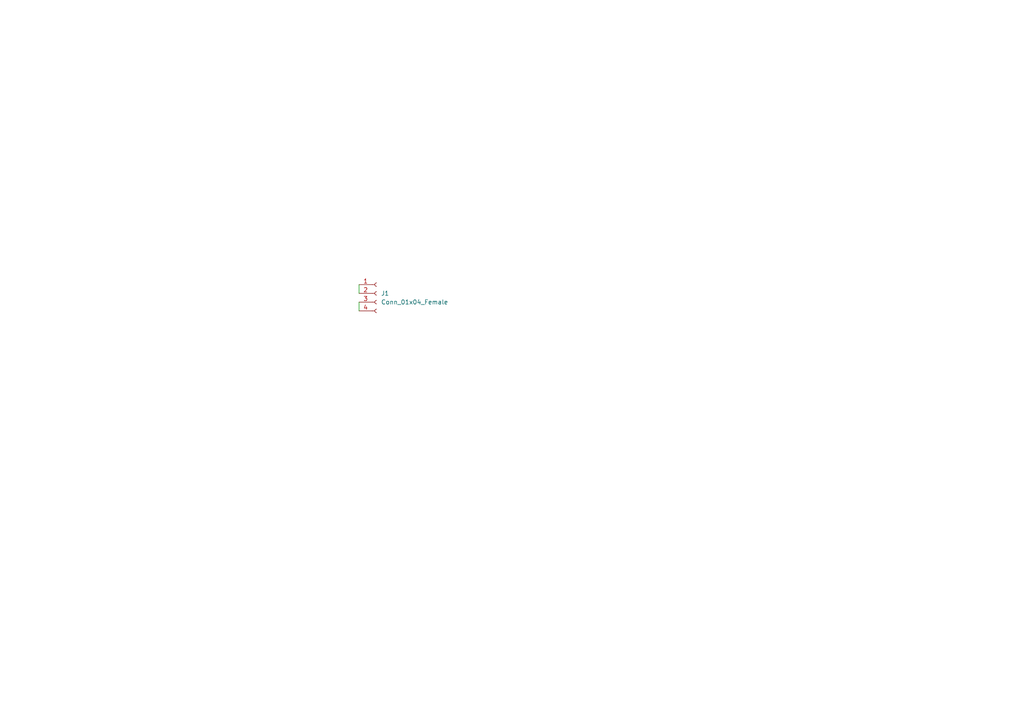
<source format=kicad_sch>
(kicad_sch (version 20211123) (generator eeschema)
  (paper "A4")
  (lib_symbols
    (symbol "Connector:Conn_01x04_Female" (pin_names (offset 1.016) hide)
      (property "Reference" "J" (at 0 5.08 0))
      (property "Value" "Conn_01x04_Female" (at 0 -7.62 0))
      (symbol "Conn_01x04_Female_1_1"
        (arc (start 0 -4.572) (mid -0.508 -5.08) (end 0 -5.588) (stroke (width 0.1524)))
        (arc (start 0 -2.032) (mid -0.508 -2.54) (end 0 -3.048) (stroke (width 0.1524)))
        (polyline (pts (xy -1.27 -5.08) (xy -0.508 -5.08)) (stroke (width 0.1524)))
        (polyline (pts (xy -1.27 -2.54) (xy -0.508 -2.54)) (stroke (width 0.1524)))
        (polyline (pts (xy -1.27 0) (xy -0.508 0)) (stroke (width 0.1524)))
        (polyline (pts (xy -1.27 2.54) (xy -0.508 2.54)) (stroke (width 0.1524)))
        (arc (start 0 0.508) (mid -0.508 0) (end 0 -0.508) (stroke (width 0.1524)))
        (arc (start 0 3.048) (mid -0.508 2.54) (end 0 2.032) (stroke (width 0.1524)))
        (pin passive line (at -5.08 2.54 0) (length 3.81) (name "Pin_1") (number "1"))
        (pin passive line (at -5.08 0 0) (length 3.81) (name "Pin_2") (number "2"))
        (pin passive line (at -5.08 -2.54 0) (length 3.81) (name "Pin_3") (number "3"))
        (pin passive line (at -5.08 -5.08 0) (length 3.81) (name "Pin_4") (number "4"))
      )
    )
  )
  (wire (pts (xy 104.14 82.55) (xy 104.14 85.09)))
  (wire (pts (xy 104.14 87.63) (xy 104.14 90.17)))
  (symbol (lib_id "Connector:Conn_01x04_Female") (at 109.22 85.09 0) (unit 1)
    (property "Reference" "J1" (at 110.49 85.0899 0) (effects (justify left)))
    (property "Value" "Conn_01x04_Female" (at 110.49 87.6299 0) (effects (justify left)))
    (property "Footprint" "Connector:FanPinHeader_1x04_P2.54mm_Vertical" (effects hide))
  )
)
</source>
